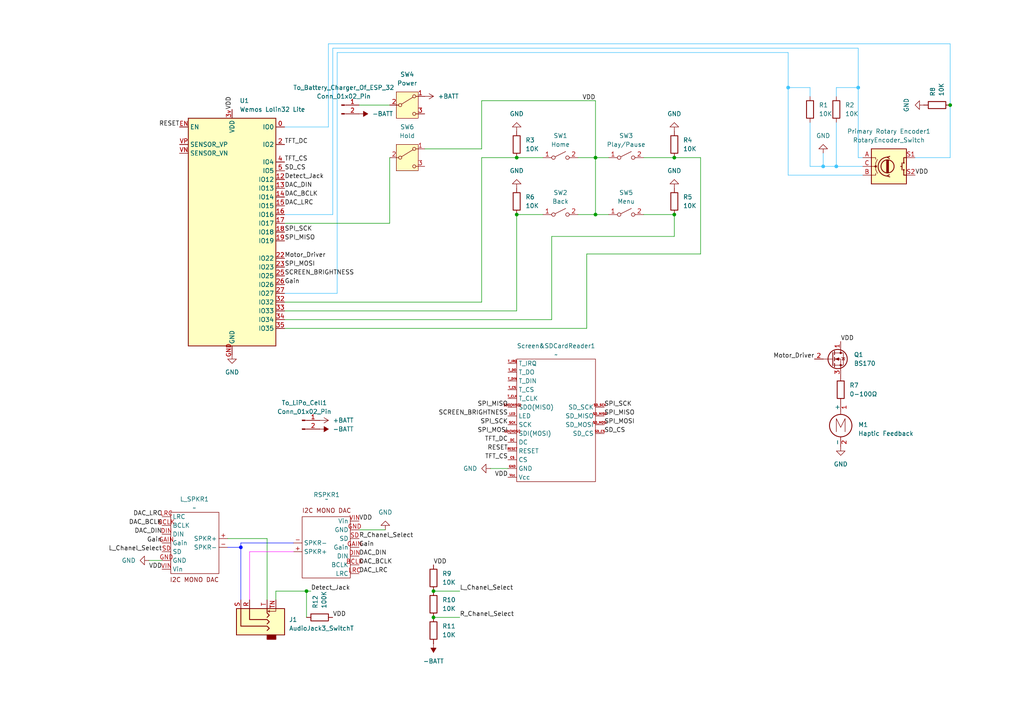
<source format=kicad_sch>
(kicad_sch (version 20231120) (generator "eeschema") (generator_version "8.0")
  (paper "A4")
  (lib_symbols
    (symbol "Connector:Conn_01x02_Pin" (pin_names (offset 1.016) hide)
      (property "Reference" "J" (at 0 2.54 0))
      (property "Value" "Conn_01x02_Pin" (at 0 -5.08 0))
      (symbol "Conn_01x02_Pin_1_1"
        (polyline (pts (xy 1.27 -2.54) (xy 0.8636 -2.54)) (stroke (width 0.1524)))
        (polyline (pts (xy 1.27 0) (xy 0.8636 0)) (stroke (width 0.1524)))
        (rectangle (start 0.8636 -2.413) (end 0 -2.667) (stroke (width 0.1524)) (fill (type outline)))
        (rectangle (start 0.8636 0.127) (end 0 -0.127) (stroke (width 0.1524)) (fill (type outline)))
        (pin passive line (at 5.08 0 180) (length 3.81) (name "Pin_1") (number "1"))
        (pin passive line (at 5.08 -2.54 180) (length 3.81) (name "Pin_2") (number "2"))
      )
    )
    (symbol "Connector_Audio:AudioJack3_SwitchT"
      (property "Reference" "J" (at 0 8.89 0))
      (property "Value" "AudioJack3_SwitchT" (at 0 6.35 0))
      (symbol "AudioJack3_SwitchT_0_1"
        (rectangle (start -5.08 -5.08) (end -6.35 -7.62) (stroke (width 0.254)) (fill (type outline)))
        (polyline (pts (xy 1.778 -5.334) (xy 2.032 -5.842)))
        (polyline (pts (xy 0 -5.08) (xy 0.635 -5.715) (xy 1.27 -5.08) (xy 2.54 -5.08)) (stroke (width 0.254)))
        (polyline (pts (xy 2.54 -7.62) (xy 1.778 -7.62) (xy 1.778 -5.334) (xy 1.524 -5.842)))
        (polyline (pts (xy -1.905 -5.08) (xy -1.27 -5.715) (xy -0.635 -5.08) (xy -0.635 0) (xy 2.54 0)) (stroke (width 0.254)))
        (polyline (pts (xy 2.54 2.54) (xy -2.54 2.54) (xy -2.54 -5.08) (xy -3.175 -5.715) (xy -3.81 -5.08)) (stroke (width 0.254)))
        (rectangle (start 2.54 3.81) (end -5.08 -10.16) (stroke (width 0.254)) (fill (type background)))
      )
      (symbol "AudioJack3_SwitchT_1_1"
        (pin passive line (at 5.08 0 180) (length 2.54) (name "~") (number "R"))
        (pin passive line (at 5.08 2.54 180) (length 2.54) (name "~") (number "S"))
        (pin passive line (at 5.08 -5.08 180) (length 2.54) (name "~") (number "T"))
        (pin passive line (at 5.08 -7.62 180) (length 2.54) (name "~") (number "TN"))
      )
    )
    (symbol "Device:R" (pin_numbers hide) (pin_names (offset 0))
      (property "Reference" "R" (at 2.032 0 90))
      (property "Value" "R" (at 0 0 90))
      (symbol "R_0_1"
        (rectangle (start -1.016 -2.54) (end 1.016 2.54) (stroke (width 0.254)))
      )
      (symbol "R_1_1"
        (pin passive line (at 0 3.81 270) (length 1.27) (name "~") (number "1"))
        (pin passive line (at 0 -3.81 90) (length 1.27) (name "~") (number "2"))
      )
    )
    (symbol "Device:RotaryEncoder_Switch" (pin_names (offset 0.254) hide)
      (property "Reference" "SW" (at 0 6.604 0))
      (property "Value" "RotaryEncoder_Switch" (at 0 -6.604 0))
      (symbol "RotaryEncoder_Switch_0_1"
        (rectangle (start -5.08 5.08) (end 5.08 -5.08) (stroke (width 0.254)) (fill (type background)))
        (circle (center -3.81 0) (radius 0.254) (fill (type outline)))
        (circle (center -0.381 0) (radius 1.905) (stroke (width 0.254)))
        (arc (start -0.381 2.667) (mid -3.0988 -0.0635) (end -0.381 -2.794) (stroke (width 0.254)))
        (polyline (pts (xy -0.635 -1.778) (xy -0.635 1.778)) (stroke (width 0.254)))
        (polyline (pts (xy -0.381 -1.778) (xy -0.381 1.778)) (stroke (width 0.254)))
        (polyline (pts (xy -0.127 1.778) (xy -0.127 -1.778)) (stroke (width 0.254)))
        (polyline (pts (xy 3.81 0) (xy 3.429 0)) (stroke (width 0.254)))
        (polyline (pts (xy 3.81 1.016) (xy 3.81 -1.016)) (stroke (width 0.254)))
        (polyline (pts (xy -5.08 -2.54) (xy -3.81 -2.54) (xy -3.81 -2.032)))
        (polyline (pts (xy -5.08 2.54) (xy -3.81 2.54) (xy -3.81 2.032)))
        (polyline (pts (xy 0.254 -3.048) (xy -0.508 -2.794) (xy 0.127 -2.413)) (stroke (width 0.254)))
        (polyline (pts (xy 0.254 2.921) (xy -0.508 2.667) (xy 0.127 2.286)) (stroke (width 0.254)))
        (polyline (pts (xy 5.08 -2.54) (xy 4.318 -2.54) (xy 4.318 -1.016)) (stroke (width 0.254)))
        (polyline (pts (xy 5.08 2.54) (xy 4.318 2.54) (xy 4.318 1.016)) (stroke (width 0.254)))
        (polyline (pts (xy -5.08 0) (xy -3.81 0) (xy -3.81 -1.016) (xy -3.302 -2.032)))
        (polyline (pts (xy -4.318 0) (xy -3.81 0) (xy -3.81 1.016) (xy -3.302 2.032)))
        (circle (center 4.318 -1.016) (radius 0.127) (stroke (width 0.254)))
        (circle (center 4.318 1.016) (radius 0.127) (stroke (width 0.254)))
      )
      (symbol "RotaryEncoder_Switch_1_1"
        (pin passive line (at -7.62 2.54 0) (length 2.54) (name "A") (number "A"))
        (pin passive line (at -7.62 -2.54 0) (length 2.54) (name "B") (number "B"))
        (pin passive line (at -7.62 0 0) (length 2.54) (name "C") (number "C"))
        (pin passive line (at 7.62 2.54 180) (length 2.54) (name "S1") (number "S1"))
        (pin passive line (at 7.62 -2.54 180) (length 2.54) (name "S2") (number "S2"))
      )
    )
    (symbol "MP3_Player_Custom_Parts:2.4'_TFT_SPI_ILI9341_WITH_SD_CARD"
      (property "Reference" "U" (at 10.16 -16.51 90))
      (symbol "2.4'_TFT_SPI_ILI9341_WITH_SD_CARD_0_1"
        (rectangle (start -11.43 -17.78) (end 11.43 17.78))
      )
      (symbol "2.4'_TFT_SPI_ILI9341_WITH_SD_CARD_1_1"
        (pin input line (at -13.97 -11.43 0) (length 2.54) (name "CS") (number "CS"))
        (pin input line (at -13.97 -6.35 0) (length 2.54) (name "DC") (number "DC"))
        (pin power_in line (at -13.97 -13.97 0) (length 2.54) (name "GND") (number "GND"))
        (pin input line (at -13.97 1.27 0) (length 2.54) (name "LED") (number "LED"))
        (pin input line (at -13.97 -8.89 0) (length 2.54) (name "RESET") (number "RESET"))
        (pin input line (at -13.97 -1.27 0) (length 2.54) (name "SCK") (number "SCK"))
        (pin input line (at -13.97 -3.81 0) (length 2.54) (name "SDI(MOSI)") (number "SDI(MOSI)"))
        (pin output line (at -13.97 3.81 0) (length 2.54) (name "SDO(MISO)") (number "SDO(MISO)"))
        (pin input line (at 13.97 -3.81 180) (length 2.54) (name "SD_CS") (number "SD_CS"))
        (pin output line (at 13.97 1.27 180) (length 2.54) (name "SD_MISO") (number "SD_MISO"))
        (pin input line (at 13.97 -1.27 180) (length 2.54) (name "SD_MOSI") (number "SD_MOSI"))
        (pin input line (at 13.97 3.81 180) (length 2.54) (name "SD_SCK") (number "SD_SCK"))
        (pin input line (at -13.97 6.35 0) (length 2.54) (name "T_CLK") (number "T_CLK"))
        (pin input line (at -13.97 8.89 0) (length 2.54) (name "T_CS") (number "T_CS"))
        (pin input line (at -13.97 11.43 0) (length 2.54) (name "T_DIN") (number "T_DIN"))
        (pin output line (at -13.97 13.97 0) (length 2.54) (name "T_DO") (number "T_DO"))
        (pin input line (at -13.97 16.51 0) (length 2.54) (name "T_IRQ") (number "T_IRQ"))
        (pin power_in line (at -13.97 -16.51 0) (length 2.54) (name "Vcc") (number "Vcc"))
      )
    )
    (symbol "MP3_Player_Custom_Parts:Adafruit_MAX98357"
      (property "Reference" "U" (at 0.254 10.16 0))
      (symbol "Adafruit_MAX98357_0_1"
        (rectangle (start -6.35 8.89) (end 7.62 -8.89))
      )
      (symbol "Adafruit_MAX98357_1_1"
        (text "I2C MONO DAC\n" (at 0.508 -10.668 0) (effects (font (size 1.27 1.27))))
        (pin output line (at 10.16 1.27 180) (length 2.54) (name "SPKR+") (number "+"))
        (pin output line (at 10.16 -1.27 180) (length 2.54) (name "SPKR-") (number "-"))
        (pin input line (at -8.89 5.08 0) (length 2.54) (name "BCLK") (number "BCLK"))
        (pin input line (at -8.89 2.54 0) (length 2.54) (name "DIN") (number "DIN"))
        (pin input line (at -8.89 0 0) (length 2.54) (name "Gain") (number "GAIN"))
        (pin power_in line (at -8.89 -5.08 0) (length 2.54) (name "GND") (number "GND"))
        (pin input line (at -8.89 7.62 0) (length 2.54) (name "LRC") (number "LRC"))
        (pin input line (at -8.89 -2.54 0) (length 2.54) (name "SD") (number "SD"))
        (pin power_in line (at -8.89 -7.62 0) (length 2.54) (name "Vin") (number "VIN"))
      )
    )
    (symbol "MP3_Player_Custom_Parts:Wemos Lolin32 Lite"
      (property "Reference" "U" (at -12.7 34.29 0))
      (property "Value" "Wemos Lolin32 Lite" (at 1.27 34.29 0))
      (symbol "Wemos Lolin32 Lite_0_1"
        (rectangle (start -12.7 33.02) (end 12.7 -33.02) (stroke (width 0.254)) (fill (type background)))
      )
      (symbol "Wemos Lolin32 Lite_1_1"
        (pin bidirectional line (at 15.24 30.48 180) (length 2.54) (name "IO0") (number "0"))
        (pin bidirectional line (at 15.24 15.24 180) (length 2.54) (name "IO12") (number "12"))
        (pin bidirectional line (at 15.24 12.7 180) (length 2.54) (name "IO13") (number "13"))
        (pin bidirectional line (at 15.24 10.16 180) (length 2.54) (name "IO14") (number "14"))
        (pin bidirectional line (at 15.24 7.62 180) (length 2.54) (name "IO15") (number "15"))
        (pin bidirectional line (at 15.24 5.08 180) (length 2.54) (name "IO16") (number "16"))
        (pin bidirectional line (at 15.24 2.54 180) (length 2.54) (name "IO17") (number "17"))
        (pin bidirectional line (at 15.24 0 180) (length 2.54) (name "IO18") (number "18"))
        (pin bidirectional line (at 15.24 -2.54 180) (length 2.54) (name "IO19") (number "19"))
        (pin bidirectional line (at 15.24 25.4 180) (length 2.54) (name "IO2") (number "2"))
        (pin bidirectional line (at 15.24 -7.62 180) (length 2.54) (name "IO22") (number "22"))
        (pin bidirectional line (at 15.24 -10.16 180) (length 2.54) (name "IO23") (number "23"))
        (pin bidirectional line (at 15.24 -12.7 180) (length 2.54) (name "IO25") (number "25"))
        (pin bidirectional line (at 15.24 -15.24 180) (length 2.54) (name "IO26") (number "26"))
        (pin bidirectional line (at 15.24 -17.78 180) (length 2.54) (name "IO27") (number "27"))
        (pin bidirectional line (at 15.24 -20.32 180) (length 2.54) (name "IO32") (number "32"))
        (pin bidirectional line (at 15.24 -22.86 180) (length 2.54) (name "IO33") (number "33"))
        (pin input line (at 15.24 -25.4 180) (length 2.54) (name "IO34") (number "34"))
        (pin input line (at 15.24 -27.94 180) (length 2.54) (name "IO35") (number "35"))
        (pin power_in line (at 0 35.56 270) (length 2.54) (name "VDD") (number "3v"))
        (pin bidirectional line (at 15.24 20.32 180) (length 2.54) (name "IO4") (number "4"))
        (pin bidirectional line (at 15.24 17.78 180) (length 2.54) (name "IO5") (number "5"))
        (pin input line (at -15.24 30.48 0) (length 2.54) (name "EN") (number "EN"))
        (pin passive line (at 0 -35.56 90) (length 2.54) hide (name "GND") (number "GND"))
        (pin passive line (at 0 -35.56 90) (length 2.54) hide (name "GND") (number "GND"))
        (pin passive line (at 0 -35.56 90) (length 2.54) hide (name "GND") (number "GND"))
        (pin power_in line (at 0 -35.56 90) (length 2.54) (name "GND") (number "GND"))
        (pin input line (at -15.24 22.86 0) (length 2.54) (name "SENSOR_VN") (number "VN"))
        (pin input line (at -15.24 25.4 0) (length 2.54) (name "SENSOR_VP") (number "VP"))
      )
    )
    (symbol "Motor:Motor_DC" (pin_names (offset 0))
      (property "Reference" "M" (at 2.54 2.54 0))
      (property "Value" "Motor_DC" (at 2.54 -5.08 0))
      (symbol "Motor_DC_0_0"
        (polyline (pts (xy -1.27 -3.302) (xy -1.27 0.508) (xy 0 -2.032) (xy 1.27 0.508) (xy 1.27 -3.302)))
      )
      (symbol "Motor_DC_0_1"
        (circle (center 0 -1.524) (radius 3.2512) (stroke (width 0.254)))
        (polyline (pts (xy 0 -7.62) (xy 0 -7.112)))
        (polyline (pts (xy 0 -4.7752) (xy 0 -5.1816)))
        (polyline (pts (xy 0 1.7272) (xy 0 2.0828)))
        (polyline (pts (xy 0 2.032) (xy 0 2.54)))
      )
      (symbol "Motor_DC_1_1"
        (pin passive line (at 0 5.08 270) (length 2.54) (name "+") (number "1"))
        (pin passive line (at 0 -7.62 90) (length 2.54) (name "-") (number "2"))
      )
    )
    (symbol "Switch:SW_SPDT" (pin_names (offset 0) hide)
      (property "Reference" "SW" (at 0 5.08 0))
      (property "Value" "SW_SPDT" (at 0 -5.08 0))
      (symbol "SW_SPDT_0_1"
        (circle (center -2.032 0) (radius 0.4572))
        (polyline (pts (xy -1.651 0.254) (xy 1.651 2.286)))
        (circle (center 2.032 -2.54) (radius 0.4572))
        (circle (center 2.032 2.54) (radius 0.4572))
      )
      (symbol "SW_SPDT_1_1"
        (rectangle (start -3.175 3.81) (end 3.175 -3.81) (fill (type background)))
        (pin passive line (at 5.08 2.54 180) (length 2.54) (name "A") (number "1"))
        (pin passive line (at -5.08 0 0) (length 2.54) (name "B") (number "2"))
        (pin passive line (at 5.08 -2.54 180) (length 2.54) (name "C") (number "3"))
      )
    )
    (symbol "Switch:SW_SPST" (pin_names (offset 0) hide)
      (property "Reference" "SW" (at 0 3.175 0))
      (property "Value" "SW_SPST" (at 0 -2.54 0))
      (symbol "SW_SPST_0_0"
        (circle (center -2.032 0) (radius 0.508))
        (polyline (pts (xy -1.524 0.254) (xy 1.524 1.778)))
        (circle (center 2.032 0) (radius 0.508))
      )
      (symbol "SW_SPST_1_1"
        (pin passive line (at -5.08 0 0) (length 2.54) (name "A") (number "1"))
        (pin passive line (at 5.08 0 180) (length 2.54) (name "B") (number "2"))
      )
    )
    (symbol "Transistor_FET:BS170" (pin_names hide)
      (property "Reference" "Q" (at 5.08 1.905 0))
      (property "Value" "BS170" (at 5.08 0 0))
      (symbol "BS170_0_1"
        (polyline (pts (xy 0.254 0) (xy -2.54 0)))
        (polyline (pts (xy 0.254 1.905) (xy 0.254 -1.905)) (stroke (width 0.254)))
        (polyline (pts (xy 0.762 -1.27) (xy 0.762 -2.286)) (stroke (width 0.254)))
        (polyline (pts (xy 0.762 0.508) (xy 0.762 -0.508)) (stroke (width 0.254)))
        (polyline (pts (xy 0.762 2.286) (xy 0.762 1.27)) (stroke (width 0.254)))
        (polyline (pts (xy 2.54 2.54) (xy 2.54 1.778)))
        (polyline (pts (xy 2.54 -2.54) (xy 2.54 0) (xy 0.762 0)))
        (polyline (pts (xy 0.762 -1.778) (xy 3.302 -1.778) (xy 3.302 1.778) (xy 0.762 1.778)))
        (polyline (pts (xy 1.016 0) (xy 2.032 0.381) (xy 2.032 -0.381) (xy 1.016 0)) (fill (type outline)))
        (polyline (pts (xy 2.794 0.508) (xy 2.921 0.381) (xy 3.683 0.381) (xy 3.81 0.254)))
        (polyline (pts (xy 3.302 0.381) (xy 2.921 -0.254) (xy 3.683 -0.254) (xy 3.302 0.381)))
        (circle (center 1.651 0) (radius 2.794) (stroke (width 0.254)))
        (circle (center 2.54 -1.778) (radius 0.254) (fill (type outline)))
        (circle (center 2.54 1.778) (radius 0.254) (fill (type outline)))
      )
      (symbol "BS170_1_1"
        (pin passive line (at 2.54 5.08 270) (length 2.54) (name "D") (number "1"))
        (pin input line (at -5.08 0 0) (length 2.54) (name "G") (number "2"))
        (pin passive line (at 2.54 -5.08 90) (length 2.54) (name "S") (number "3"))
      )
    )
    (symbol "power:+BATT" (power) (pin_numbers hide) (pin_names (offset 0) hide)
      (property "Value" "+BATT" (at 0 3.556 0))
      (symbol "+BATT_0_1"
        (polyline (pts (xy -0.762 1.27) (xy 0 2.54)))
        (polyline (pts (xy 0 0) (xy 0 2.54)))
        (polyline (pts (xy 0 2.54) (xy 0.762 1.27)))
      )
      (symbol "+BATT_1_1"
        (pin power_in line (at 0 0 90) (length 0) (name "~") (number "1"))
      )
    )
    (symbol "power:-BATT" (power) (pin_numbers hide) (pin_names (offset 0) hide)
      (property "Value" "-BATT" (at 0 3.556 0))
      (symbol "-BATT_0_1"
        (polyline (pts (xy 0 0) (xy 0 2.54)))
        (polyline (pts (xy 0.762 1.27) (xy -0.762 1.27) (xy 0 2.54) (xy 0.762 1.27)) (fill (type outline)))
      )
      (symbol "-BATT_1_1"
        (pin power_in line (at 0 0 90) (length 0) (name "~") (number "1"))
      )
    )
    (symbol "power:GND" (power) (pin_numbers hide) (pin_names (offset 0) hide)
      (property "Value" "GND" (at 0 -3.81 0))
      (symbol "GND_0_1"
        (polyline (pts (xy 0 0) (xy 0 -1.27) (xy 1.27 -1.27) (xy 0 -2.54) (xy -1.27 -1.27) (xy 0 -1.27)))
      )
      (symbol "GND_1_1"
        (pin power_in line (at 0 0 270) (length 0) (name "~") (number "1"))
      )
    )
  )
  (junction (at 69.85 158.75) (color 1 13 255 1))
  (junction (at 242.57 48.26) (color 57 191 251 1))
  (junction (at 275.59 30.48))
  (junction (at 125.73 179.07))
  (junction (at 248.92 25.4) (color 57 191 251 1))
  (junction (at 172.72 62.23))
  (junction (at 149.86 45.72))
  (junction (at 238.76 48.26) (color 57 191 251 1))
  (junction (at 228.6 25.4) (color 57 191 251 1))
  (junction (at 195.58 62.23))
  (junction (at 125.73 171.45))
  (junction (at 149.86 62.23))
  (junction (at 88.9 171.45))
  (junction (at 195.58 45.72))
  (junction (at 172.72 45.72))
  (wire (pts (xy 82.55 64.77) (xy 113.03 64.77)))
  (wire (pts (xy 95.25 12.7) (xy 95.25 36.83)) (stroke (width 0) (color 57 191 251 1)))
  (wire (pts (xy 88.9 171.45) (xy 90.17 171.45)))
  (wire (pts (xy 160.02 68.58) (xy 195.58 68.58)))
  (wire (pts (xy 125.73 171.45) (xy 133.35 171.45)))
  (wire (pts (xy 85.09 157.48) (xy 69.85 157.48)) (stroke (width 0) (color 1 13 255 1)))
  (wire (pts (xy 195.58 45.72) (xy 186.69 45.72)))
  (wire (pts (xy 203.2 73.66) (xy 203.2 45.72)))
  (wire (pts (xy 97.79 85.09) (xy 82.55 85.09)) (stroke (width 0) (color 57 191 251 1)))
  (wire (pts (xy 275.59 12.7) (xy 275.59 30.48)) (stroke (width 0) (color 57 191 251 1)))
  (wire (pts (xy 139.7 43.18) (xy 139.7 29.21)))
  (wire (pts (xy 238.76 48.26) (xy 242.57 48.26)) (stroke (width 0) (color 57 191 251 1)))
  (wire (pts (xy 95.25 12.7) (xy 275.59 12.7)) (stroke (width 0) (color 57 191 251 1)))
  (wire (pts (xy 234.95 35.56) (xy 234.95 48.26)) (stroke (width 0) (color 57 191 251 1)))
  (wire (pts (xy 69.85 158.75) (xy 69.85 173.99)) (stroke (width 0) (color 1 13 255 1)))
  (wire (pts (xy 242.57 48.26) (xy 250.19 48.26)) (stroke (width 0) (color 57 191 251 1)))
  (wire (pts (xy 203.2 45.72) (xy 195.58 45.72)))
  (wire (pts (xy 113.03 64.77) (xy 113.03 45.72)))
  (wire (pts (xy 242.57 27.94) (xy 242.57 25.4)) (stroke (width 0) (color 57 191 251 1)))
  (wire (pts (xy 228.6 25.4) (xy 228.6 15.24)) (stroke (width 0) (color 57 191 251 1)))
  (wire (pts (xy 139.7 45.72) (xy 139.7 87.63)))
  (wire (pts (xy 228.6 25.4) (xy 234.95 25.4)) (stroke (width 0) (color 57 191 251 1)))
  (wire (pts (xy 170.18 73.66) (xy 170.18 95.25)))
  (wire (pts (xy 43.18 162.56) (xy 46.99 162.56)))
  (wire (pts (xy 172.72 62.23) (xy 167.64 62.23)))
  (wire (pts (xy 133.35 179.07) (xy 125.73 179.07)))
  (wire (pts (xy 139.7 29.21) (xy 172.72 29.21)))
  (wire (pts (xy 96.52 62.23) (xy 82.55 62.23)) (stroke (width 0) (color 57 191 251 1)))
  (wire (pts (xy 172.72 62.23) (xy 176.53 62.23)))
  (wire (pts (xy 72.39 160.02) (xy 72.39 173.99)) (stroke (width 0) (color 255 29 254 1)))
  (wire (pts (xy 275.59 30.48) (xy 275.59 45.72)) (stroke (width 0) (color 57 191 251 1)))
  (wire (pts (xy 80.01 171.45) (xy 88.9 171.45)))
  (wire (pts (xy 97.79 15.24) (xy 228.6 15.24)) (stroke (width 0) (color 57 191 251 1)))
  (wire (pts (xy 242.57 35.56) (xy 242.57 48.26)) (stroke (width 0) (color 57 191 251 1)))
  (wire (pts (xy 82.55 90.17) (xy 149.86 90.17)))
  (wire (pts (xy 82.55 95.25) (xy 170.18 95.25)))
  (wire (pts (xy 170.18 73.66) (xy 203.2 73.66)))
  (wire (pts (xy 228.6 50.8) (xy 250.19 50.8)) (stroke (width 0) (color 57 191 251 1)))
  (wire (pts (xy 238.76 44.45) (xy 238.76 48.26)) (stroke (width 0) (color 57 191 251 1)))
  (wire (pts (xy 85.09 160.02) (xy 72.39 160.02)) (stroke (width 0) (color 255 29 254 1)))
  (wire (pts (xy 95.25 36.83) (xy 82.55 36.83)) (stroke (width 0) (color 57 191 251 1)))
  (wire (pts (xy 82.55 92.71) (xy 160.02 92.71)))
  (wire (pts (xy 77.47 156.21) (xy 77.47 173.99)))
  (wire (pts (xy 66.04 156.21) (xy 77.47 156.21)))
  (wire (pts (xy 123.19 43.18) (xy 139.7 43.18)))
  (wire (pts (xy 82.55 87.63) (xy 139.7 87.63)))
  (wire (pts (xy 96.52 13.97) (xy 248.92 13.97)) (stroke (width 0) (color 57 191 251 1)))
  (wire (pts (xy 172.72 45.72) (xy 176.53 45.72)))
  (wire (pts (xy 149.86 62.23) (xy 157.48 62.23)))
  (wire (pts (xy 167.64 45.72) (xy 172.72 45.72)))
  (wire (pts (xy 248.92 13.97) (xy 248.92 25.4)) (stroke (width 0) (color 57 191 251 1)))
  (wire (pts (xy 172.72 45.72) (xy 172.72 62.23)))
  (wire (pts (xy 104.14 30.48) (xy 113.03 30.48)))
  (wire (pts (xy 172.72 29.21) (xy 172.72 45.72)))
  (wire (pts (xy 275.59 45.72) (xy 265.43 45.72)) (stroke (width 0) (color 57 191 251 1)))
  (wire (pts (xy 195.58 62.23) (xy 195.58 68.58)))
  (wire (pts (xy 234.95 48.26) (xy 238.76 48.26)) (stroke (width 0) (color 57 191 251 1)))
  (wire (pts (xy 111.76 153.67) (xy 104.14 153.67)))
  (wire (pts (xy 250.19 45.72) (xy 248.92 45.72)) (stroke (width 0) (color 57 191 251 1)))
  (wire (pts (xy 248.92 25.4) (xy 248.92 45.72)) (stroke (width 0) (color 57 191 251 1)))
  (wire (pts (xy 149.86 45.72) (xy 139.7 45.72)))
  (wire (pts (xy 88.9 179.07) (xy 88.9 171.45)))
  (wire (pts (xy 80.01 171.45) (xy 80.01 173.99)))
  (wire (pts (xy 96.52 13.97) (xy 96.52 62.23)) (stroke (width 0) (color 57 191 251 1)))
  (wire (pts (xy 157.48 45.72) (xy 149.86 45.72)))
  (wire (pts (xy 142.24 135.89) (xy 147.32 135.89)))
  (wire (pts (xy 160.02 68.58) (xy 160.02 92.71)))
  (wire (pts (xy 97.79 15.24) (xy 97.79 85.09)) (stroke (width 0) (color 57 191 251 1)))
  (wire (pts (xy 234.95 25.4) (xy 234.95 27.94)) (stroke (width 0) (color 57 191 251 1)))
  (wire (pts (xy 186.69 62.23) (xy 195.58 62.23)))
  (wire (pts (xy 242.57 25.4) (xy 248.92 25.4)) (stroke (width 0) (color 57 191 251 1)))
  (wire (pts (xy 66.04 158.75) (xy 69.85 158.75)) (stroke (width 0) (color 1 13 255 1)))
  (wire (pts (xy 69.85 157.48) (xy 69.85 158.75)) (stroke (width 0) (color 1 13 255 1)))
  (wire (pts (xy 149.86 62.23) (xy 149.86 90.17)))
  (wire (pts (xy 228.6 50.8) (xy 228.6 25.4)) (stroke (width 0) (color 57 191 251 1)))
  (label "Gain" (at 104.14 158.75 0))
  (label "SPI_MISO" (at 175.26 120.65 0))
  (label "SPI_MISO" (at 82.55 69.85 0))
  (label "Motor_Driver" (at 236.22 104.14 180))
  (label "L_Chanel_Select" (at 46.99 160.02 180))
  (label "SPI_MOSI" (at 147.32 125.73 180))
  (label "VDD" (at 46.99 165.1 180))
  (label "DAC_DIN" (at 46.99 154.94 180))
  (label "SPI_MOSI" (at 82.55 77.47 0))
  (label "DAC_BCLK" (at 46.99 152.4 180))
  (label "Gain" (at 46.99 157.48 180))
  (label "SD_CS" (at 82.55 49.53 0))
  (label "R_Chanel_Select" (at 104.14 156.21 0))
  (label "VDD" (at 125.73 163.83 0))
  (label "VDD" (at 96.52 179.07 0))
  (label "DAC_LRC" (at 82.55 59.69 0))
  (label "RESET" (at 52.07 36.83 180))
  (label "SPI_MOSI" (at 175.26 123.19 0))
  (label "Gain" (at 82.55 82.55 0))
  (label "SCREEN_BRIGHTNESS" (at 82.55 80.01 0))
  (label "L_Chanel_Select" (at 133.35 171.45 0))
  (label "VDD" (at 67.31 31.75 90))
  (label "DAC_BCLK" (at 104.14 163.83 0))
  (label "DAC_DIN" (at 104.14 161.29 0))
  (label "TFT_CS" (at 82.55 46.99 0))
  (label "VDD" (at 243.84 99.06 0))
  (label "TFT_DC" (at 147.32 128.27 180))
  (label "TFT_CS" (at 147.32 133.35 180))
  (label "DAC_DIN" (at 82.55 54.61 0))
  (label "SD_CS" (at 175.26 125.73 0))
  (label "VDD" (at 265.43 50.8 0))
  (label "DAC_LRC" (at 46.99 149.86 180))
  (label "DAC_BCLK" (at 82.55 57.15 0))
  (label "DAC_LRC" (at 104.14 166.37 0))
  (label "SPI_SCK" (at 175.26 118.11 0))
  (label "SCREEN_BRIGHTNESS" (at 147.32 120.65 180))
  (label "SPI_SCK" (at 147.32 123.19 180))
  (label "VDD" (at 147.32 138.43 180))
  (label "Detect_Jack" (at 82.55 52.07 0))
  (label "RESET" (at 147.32 130.81 180))
  (label "VDD" (at 104.14 151.13 0))
  (label "SPI_SCK" (at 82.55 67.31 0))
  (label "TFT_DC" (at 82.55 41.91 0))
  (label "SPI_MISO" (at 147.32 118.11 180))
  (label "Motor_Driver" (at 82.55 74.93 0))
  (label "R_Chanel_Select" (at 133.35 179.07 0))
  (label "Detect_Jack" (at 90.17 171.45 0))
  (label "VDD" (at 172.72 29.21 180))
  (symbol (lib_id "power:GND") (at 238.76 44.45 180) (unit 1)
    (property "Reference" "#PWR01" (effects (hide yes)))
    (property "Value" "GND" (at 238.76 39.37 0))
    (property "Description" "Power symbol creates a global label with name \"GND\" , ground" (effects (hide yes)))
  )
  (symbol (lib_id "Device:R") (at 242.57 31.75 0) (unit 1)
    (property "Reference" "R2" (at 245.11 30.4799 0) (effects (justify left)))
    (property "Value" "10K" (at 245.11 33.0199 0) (effects (justify left)))
    (property "Footprint" "Resistor_THT:R_Axial_DIN0204_L3.6mm_D1.6mm_P7.62mm_Horizontal" (effects (hide yes)))
    (property "Description" "Resistor" (effects (hide yes)))
  )
  (symbol (lib_id "Device:R") (at 271.78 30.48 90) (unit 1)
    (property "Reference" "R8" (at 270.5099 27.94 0) (effects (justify left)))
    (property "Value" "10K" (at 273.0499 27.94 0) (effects (justify left)))
    (property "Footprint" "Resistor_THT:R_Axial_DIN0204_L3.6mm_D1.6mm_P7.62mm_Horizontal" (effects (hide yes)))
    (property "Description" "Resistor" (effects (hide yes)))
  )
  (symbol (lib_id "Device:R") (at 125.73 167.64 0) (unit 1)
    (property "Reference" "R9" (at 128.27 166.3699 0) (effects (justify left)))
    (property "Value" "10K" (at 128.27 168.9099 0) (effects (justify left)))
    (property "Footprint" "Resistor_THT:R_Axial_DIN0204_L3.6mm_D1.6mm_P7.62mm_Horizontal" (effects (hide yes)))
    (property "Description" "Resistor" (effects (hide yes)))
  )
  (symbol (lib_id "Device:R") (at 195.58 41.91 0) (unit 1)
    (property "Reference" "R4" (at 198.12 40.6399 0) (effects (justify left)))
    (property "Value" "10K" (at 198.12 43.1799 0) (effects (justify left)))
    (property "Footprint" "Resistor_THT:R_Axial_DIN0204_L3.6mm_D1.6mm_P7.62mm_Horizontal" (effects (hide yes)))
    (property "Description" "Resistor" (effects (hide yes)))
  )
  (symbol (lib_id "Transistor_FET:BS170") (at 241.3 104.14 0) (unit 1)
    (property "Reference" "Q1" (at 247.65 102.8699 0) (effects (justify left)))
    (property "Value" "BS170" (at 247.65 105.4099 0) (effects (justify left)))
    (property "Footprint" "Package_TO_SOT_THT:TO-92_Inline" (effects (hide yes)))
    (property "Datasheet" "https://www.onsemi.com/pub/Collateral/BS170-D.PDF" (effects (hide yes)))
    (property "Description" "0.5A Id, 60V Vds, N-Channel MOSFET, TO-92" (effects (hide yes)))
  )
  (symbol (lib_id "Connector:Conn_01x02_Pin") (at 87.63 121.92 0) (unit 1)
    (property "Reference" "To_LiPo_Cell1" (at 88.265 116.84 0))
    (property "Value" "Conn_01x02_Pin" (at 88.265 119.38 0))
    (property "Footprint" "Connector_JST:JST_XA_B02B-XASK-1-A_1x02_P2.50mm_Vertical" (effects (hide yes)))
    (property "Description" "Generic connector, single row, 01x02, script generated" (effects (hide yes)))
  )
  (symbol (lib_id "power:+BATT") (at 92.71 121.92 270) (unit 1)
    (property "Reference" "#PWR016" (effects (hide yes)))
    (property "Value" "+BATT" (at 96.52 121.9199 90) (effects (justify left)))
    (property "Description" "Power symbol creates a global label with name \"+BATT\"" (effects (hide yes)))
  )
  (symbol (lib_id "Motor:Motor_DC") (at 243.84 121.92 0) (unit 1)
    (property "Reference" "M1" (at 248.92 123.1899 0) (effects (justify left)))
    (property "Value" "Haptic Feedback" (at 248.92 125.7299 0) (effects (justify left)))
    (property "Footprint" "TerminalBlock_RND:TerminalBlock_RND_205-00001_1x02_P5.00mm_Horizontal" (effects (hide yes)))
    (property "Description" "DC Motor" (effects (hide yes)))
  )
  (symbol (lib_id "power:GND") (at 43.18 162.56 270) (unit 1)
    (property "Reference" "#PWR010" (effects (hide yes)))
    (property "Value" "GND" (at 39.37 162.5599 90) (effects (justify right)))
    (property "Description" "Power symbol creates a global label with name \"GND\" , ground" (effects (hide yes)))
  )
  (symbol (lib_id "power:+BATT") (at 123.19 27.94 270) (unit 1)
    (property "Reference" "#PWR06" (effects (hide yes)))
    (property "Value" "+BATT" (at 127 27.9399 90) (effects (justify left)))
    (property "Description" "Power symbol creates a global label with name \"+BATT\"" (effects (hide yes)))
  )
  (symbol (lib_id "power:GND") (at 149.86 54.61 180) (unit 1)
    (property "Reference" "#PWR05" (effects (hide yes)))
    (property "Value" "GND" (at 149.86 49.53 0))
    (property "Description" "Power symbol creates a global label with name \"GND\" , ground" (effects (hide yes)))
  )
  (symbol (lib_id "MP3_Player_Custom_Parts:Adafruit_MAX98357") (at 55.88 157.48 0) (unit 1)
    (property "Reference" "L_SPKR1" (at 56.388 144.78 0))
    (property "Value" "~" (at 56.388 147.32 0))
    (property "Footprint" "MP3_Player_Custom_Footprints:MAX98357 I2C Audio Driver" (effects (hide yes)))
  )
  (symbol (lib_id "Connector:Conn_01x02_Pin") (at 99.06 30.48 0) (unit 1)
    (property "Reference" "To_Battery_Charger_Of_ESP_32" (at 99.695 25.4 0))
    (property "Value" "Conn_01x02_Pin" (at 99.695 27.94 0))
    (property "Footprint" "Connector_JST:JST_XA_B02B-XASK-1-A_1x02_P2.50mm_Vertical" (effects (hide yes)))
    (property "Description" "Generic connector, single row, 01x02, script generated" (effects (hide yes)))
  )
  (symbol (lib_id "power:-BATT") (at 125.73 186.69 180) (unit 1)
    (property "Reference" "#PWR011" (effects (hide yes)))
    (property "Value" "-BATT" (at 125.73 191.77 0))
    (property "Description" "Power symbol creates a global label with name \"-BATT\"" (effects (hide yes)))
  )
  (symbol (lib_id "MP3_Player_Custom_Parts:2.4'_TFT_SPI_ILI9341_WITH_SD_CARD") (at 161.29 121.92 0) (unit 1)
    (property "Reference" "Screen&SDCardReader1" (at 161.29 100.33 0))
    (property "Value" "~" (at 161.29 102.87 0))
    (property "Footprint" "MP3_Player_Custom_Footprints:2.4'_TFT_SPI_ILI9341_WITH_SD_CARD" (effects (hide yes)))
  )
  (symbol (lib_id "Switch:SW_SPST") (at 162.56 45.72 0) (unit 1)
    (property "Reference" "SW1" (at 162.56 39.37 0))
    (property "Value" "Home" (at 162.56 41.91 0))
    (property "Footprint" "keyswitches:Kailh_socket_PG1350" (effects (hide yes)))
    (property "Description" "Single Pole Single Throw (SPST) switch" (effects (hide yes)))
  )
  (symbol (lib_id "power:GND") (at 111.76 153.67 180) (unit 1)
    (property "Reference" "#PWR012" (effects (hide yes)))
    (property "Value" "GND" (at 111.76 148.59 0))
    (property "Description" "Power symbol creates a global label with name \"GND\" , ground" (effects (hide yes)))
  )
  (symbol (lib_id "Switch:SW_SPST") (at 162.56 62.23 0) (unit 1)
    (property "Reference" "SW2" (at 162.56 55.88 0))
    (property "Value" "Back" (at 162.56 58.42 0))
    (property "Footprint" "keyswitches:Kailh_socket_PG1350" (effects (hide yes)))
    (property "Description" "Single Pole Single Throw (SPST) switch" (effects (hide yes)))
  )
  (symbol (lib_id "Device:RotaryEncoder_Switch") (at 257.81 48.26 0) (unit 1)
    (property "Reference" "Primary Rotary Encoder1" (at 257.81 38.1 0))
    (property "Value" "RotaryEncoder_Switch" (at 257.81 40.64 0))
    (property "Footprint" "Rotary_Encoder:RotaryEncoder_Alps_EC11E-Switch_Vertical_H20mm" (effects (hide yes)))
    (property "Description" "Rotary encoder, dual channel, incremental quadrate outputs, with switch" (effects (hide yes)))
  )
  (symbol (lib_id "Switch:SW_SPDT") (at 118.11 45.72 0) (unit 1)
    (property "Reference" "SW6" (at 118.11 36.83 0))
    (property "Value" "Hold" (at 118.11 39.37 0))
    (property "Footprint" "Button_Switch_THT:SW_Slide_SPDT_Angled_CK_OS102011MA1Q" (effects (hide yes)))
    (property "Description" "Switch, single pole double throw" (effects (hide yes)))
  )
  (symbol (lib_id "MP3_Player_Custom_Parts:Wemos Lolin32 Lite") (at 67.31 67.31 0) (unit 1)
    (property "Reference" "U1" (at 69.5041 29.21 0) (effects (justify left)))
    (property "Value" "Wemos Lolin32 Lite" (at 69.5041 31.75 0) (effects (justify left)))
    (property "Footprint" "MP3_Player_Custom_Footprints:Wemos Lolin32 Lite v1.0.0" (effects (hide yes)))
    (property "Datasheet" "https://www.espressif.com/sites/default/files/documentation/esp32-wroom-32_datasheet_en.pdf" (effects (hide yes)))
    (property "Description" "RF Module, ESP32-D0WDQ6 SoC, Wi-Fi 802.11b/g/n, Bluetooth, BLE, 32-bit, 2.7-3.6V, onboard antenna, SMD" (effects (hide yes)))
  )
  (symbol (lib_id "power:-BATT") (at 92.71 124.46 270) (unit 1)
    (property "Reference" "#PWR07" (effects (hide yes)))
    (property "Value" "-BATT" (at 96.52 124.4599 90) (effects (justify left)))
    (property "Description" "Power symbol creates a global label with name \"-BATT\"" (effects (hide yes)))
  )
  (symbol (lib_id "Device:R") (at 234.95 31.75 0) (unit 1)
    (property "Reference" "R1" (at 237.49 30.4799 0) (effects (justify left)))
    (property "Value" "10K" (at 237.49 33.0199 0) (effects (justify left)))
    (property "Footprint" "Resistor_THT:R_Axial_DIN0204_L3.6mm_D1.6mm_P7.62mm_Horizontal" (effects (hide yes)))
    (property "Description" "Resistor" (effects (hide yes)))
  )
  (symbol (lib_id "power:-BATT") (at 104.14 33.02 270) (unit 1)
    (property "Reference" "#PWR015" (effects (hide yes)))
    (property "Value" "-BATT" (at 107.95 33.0199 90) (effects (justify left)))
    (property "Description" "Power symbol creates a global label with name \"-BATT\"" (effects (hide yes)))
  )
  (symbol (lib_id "Device:R") (at 125.73 182.88 0) (unit 1)
    (property "Reference" "R11" (at 128.27 181.6099 0) (effects (justify left)))
    (property "Value" "10K" (at 128.27 184.1499 0) (effects (justify left)))
    (property "Footprint" "Resistor_THT:R_Axial_DIN0204_L3.6mm_D1.6mm_P7.62mm_Horizontal" (effects (hide yes)))
    (property "Description" "Resistor" (effects (hide yes)))
  )
  (symbol (lib_id "power:GND") (at 149.86 38.1 180) (unit 1)
    (property "Reference" "#PWR02" (effects (hide yes)))
    (property "Value" "GND" (at 149.86 33.02 0))
    (property "Description" "Power symbol creates a global label with name \"GND\" , ground" (effects (hide yes)))
  )
  (symbol (lib_id "Switch:SW_SPST") (at 181.61 62.23 0) (unit 1)
    (property "Reference" "SW5" (at 181.61 55.88 0))
    (property "Value" "Menu" (at 181.61 58.42 0))
    (property "Footprint" "keyswitches:Kailh_socket_PG1350" (effects (hide yes)))
    (property "Description" "Single Pole Single Throw (SPST) switch" (effects (hide yes)))
  )
  (symbol (lib_id "Switch:SW_SPST") (at 181.61 45.72 0) (unit 1)
    (property "Reference" "SW3" (at 181.61 39.37 0))
    (property "Value" "Play/Pause" (at 181.61 41.91 0))
    (property "Footprint" "keyswitches:Kailh_socket_PG1350" (effects (hide yes)))
    (property "Description" "Single Pole Single Throw (SPST) switch" (effects (hide yes)))
  )
  (symbol (lib_id "Device:R") (at 149.86 41.91 0) (unit 1)
    (property "Reference" "R3" (at 152.4 40.6399 0) (effects (justify left)))
    (property "Value" "10K" (at 152.4 43.1799 0) (effects (justify left)))
    (property "Footprint" "Resistor_THT:R_Axial_DIN0204_L3.6mm_D1.6mm_P7.62mm_Horizontal" (effects (hide yes)))
    (property "Description" "Resistor" (effects (hide yes)))
  )
  (symbol (lib_id "power:GND") (at 243.84 129.54 0) (unit 1)
    (property "Reference" "#PWR013" (effects (hide yes)))
    (property "Value" "GND" (at 243.84 134.62 0))
    (property "Description" "Power symbol creates a global label with name \"GND\" , ground" (effects (hide yes)))
  )
  (symbol (lib_id "Device:R") (at 243.84 113.03 0) (unit 1)
    (property "Reference" "R7" (at 246.38 111.7599 0) (effects (justify left)))
    (property "Value" "0-100Ω" (at 246.38 114.2999 0) (effects (justify left)))
    (property "Footprint" "Resistor_THT:R_Axial_DIN0204_L3.6mm_D1.6mm_P7.62mm_Horizontal" (effects (hide yes)))
    (property "Description" "Resistor" (effects (hide yes)))
  )
  (symbol (lib_id "power:GND") (at 67.31 102.87 0) (unit 1)
    (property "Reference" "#PWR014" (effects (hide yes)))
    (property "Value" "GND" (at 67.31 107.95 0))
    (property "Description" "Power symbol creates a global label with name \"GND\" , ground" (effects (hide yes)))
  )
  (symbol (lib_id "Device:R") (at 125.73 175.26 0) (unit 1)
    (property "Reference" "R10" (at 128.27 173.9899 0) (effects (justify left)))
    (property "Value" "10K" (at 128.27 176.5299 0) (effects (justify left)))
    (property "Footprint" "Resistor_THT:R_Axial_DIN0204_L3.6mm_D1.6mm_P7.62mm_Horizontal" (effects (hide yes)))
    (property "Description" "Resistor" (effects (hide yes)))
  )
  (symbol (lib_id "power:GND") (at 195.58 38.1 180) (unit 1)
    (property "Reference" "#PWR03" (effects (hide yes)))
    (property "Value" "GND" (at 195.58 33.02 0))
    (property "Description" "Power symbol creates a global label with name \"GND\" , ground" (effects (hide yes)))
  )
  (symbol (lib_id "Device:R") (at 195.58 58.42 0) (unit 1)
    (property "Reference" "R5" (at 198.12 57.1499 0) (effects (justify left)))
    (property "Value" "10K" (at 198.12 59.6899 0) (effects (justify left)))
    (property "Footprint" "Resistor_THT:R_Axial_DIN0204_L3.6mm_D1.6mm_P7.62mm_Horizontal" (effects (hide yes)))
    (property "Description" "Resistor" (effects (hide yes)))
  )
  (symbol (lib_id "Device:R") (at 92.71 179.07 90) (unit 1)
    (property "Reference" "R12" (at 91.4399 176.53 0) (effects (justify left)))
    (property "Value" "100K" (at 93.9799 176.53 0) (effects (justify left)))
    (property "Footprint" "Resistor_THT:R_Axial_DIN0204_L3.6mm_D1.6mm_P7.62mm_Horizontal" (effects (hide yes)))
    (property "Description" "Resistor" (effects (hide yes)))
  )
  (symbol (lib_id "power:GND") (at 142.24 135.89 270) (unit 1)
    (property "Reference" "#PWR09" (effects (hide yes)))
    (property "Value" "GND" (at 138.43 135.8899 90) (effects (justify right)))
    (property "Description" "Power symbol creates a global label with name \"GND\" , ground" (effects (hide yes)))
  )
  (symbol (lib_id "Device:R") (at 149.86 58.42 0) (unit 1)
    (property "Reference" "R6" (at 152.4 57.1499 0) (effects (justify left)))
    (property "Value" "10K" (at 152.4 59.6899 0) (effects (justify left)))
    (property "Footprint" "Resistor_THT:R_Axial_DIN0204_L3.6mm_D1.6mm_P7.62mm_Horizontal" (effects (hide yes)))
    (property "Description" "Resistor" (effects (hide yes)))
  )
  (symbol (lib_id "Switch:SW_SPDT") (at 118.11 30.48 0) (unit 1)
    (property "Reference" "SW4" (at 118.11 21.59 0))
    (property "Value" "Power" (at 118.11 24.13 0))
    (property "Footprint" "Button_Switch_THT:SW_Slide_SPDT_Angled_CK_OS102011MA1Q" (effects (hide yes)))
    (property "Description" "Switch, single pole double throw" (effects (hide yes)))
  )
  (symbol (lib_id "power:GND") (at 267.97 30.48 270) (unit 1)
    (property "Reference" "#PWR08" (effects (hide yes)))
    (property "Value" "GND" (at 262.89 30.48 0))
    (property "Description" "Power symbol creates a global label with name \"GND\" , ground" (effects (hide yes)))
  )
  (symbol (lib_id "Connector_Audio:AudioJack3_SwitchT") (at 72.39 179.07 90) (unit 1)
    (property "Reference" "J1" (at 83.82 179.7049 90) (effects (justify right)))
    (property "Value" "AudioJack3_SwitchT" (at 83.82 182.2449 90) (effects (justify right)))
    (property "Footprint" "Connector_Audio:Jack_3.5mm_CUI_SJ1-3524N_Horizontal" (effects (hide yes)))
    (property "Description" "Audio Jack, 3 Poles (Stereo / TRS), Switched T Pole (Normalling)" (effects (hide yes)))
  )
  (symbol (lib_id "power:GND") (at 195.58 54.61 180) (unit 1)
    (property "Reference" "#PWR04" (effects (hide yes)))
    (property "Value" "GND" (at 195.58 49.53 0))
    (property "Description" "Power symbol creates a global label with name \"GND\" , ground" (effects (hide yes)))
  )
  (symbol (lib_id "MP3_Player_Custom_Parts:Adafruit_MAX98357") (at 95.25 158.75 180) (unit 1)
    (property "Reference" "RSPKR1" (at 94.742 143.51 0))
    (property "Value" "~" (at 94.742 144.78 0))
    (property "Footprint" "MP3_Player_Custom_Footprints:MAX98357 I2C Audio Driver" (effects (hide yes)))
  )
)
</source>
